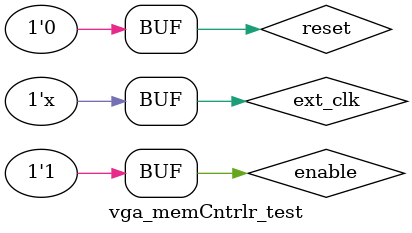
<source format=v>
`timescale 1ns / 1ps


module vga_memCntrlr_test;

	// Inputs
	reg enable;
	reg reset;
	reg ext_clk;

	// Outputs
	wire [7:0] color;
	wire HSync;
	wire VSync;
	wire on;

	// Instantiate the Unit Under Test (UUT)
	computer uut (
		.enable(enable), 
		.reset(reset), 
		.ext_clk(ext_clk), 
		.color(color), 
		.HSync(HSync), 
		.VSync(VSync), 
		.on(on)
	);
	
	always #0.5 ext_clk = ~ext_clk;

	initial begin
		// Initialize Inputs
		enable = 0;
		reset = 0;
		ext_clk = 0;

		// Wait 100 ns for global reset to finish
		#5;
		
		enable = 1;
        
		// Add stimulus here

	end
      
endmodule


</source>
